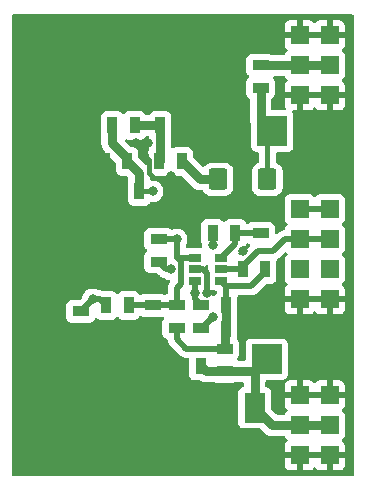
<source format=gbr>
%TF.GenerationSoftware,KiCad,Pcbnew,6.0.11+dfsg-1~bpo11+1*%
%TF.CreationDate,2023-05-28T01:23:12+00:00*%
%TF.ProjectId,SIPM02,5349504d-3032-42e6-9b69-6361645f7063,rev?*%
%TF.SameCoordinates,Original*%
%TF.FileFunction,Copper,L2,Bot*%
%TF.FilePolarity,Positive*%
%FSLAX46Y46*%
G04 Gerber Fmt 4.6, Leading zero omitted, Abs format (unit mm)*
G04 Created by KiCad (PCBNEW 6.0.11+dfsg-1~bpo11+1) date 2023-05-28 01:23:12*
%MOMM*%
%LPD*%
G01*
G04 APERTURE LIST*
G04 Aperture macros list*
%AMRoundRect*
0 Rectangle with rounded corners*
0 $1 Rounding radius*
0 $2 $3 $4 $5 $6 $7 $8 $9 X,Y pos of 4 corners*
0 Add a 4 corners polygon primitive as box body*
4,1,4,$2,$3,$4,$5,$6,$7,$8,$9,$2,$3,0*
0 Add four circle primitives for the rounded corners*
1,1,$1+$1,$2,$3*
1,1,$1+$1,$4,$5*
1,1,$1+$1,$6,$7*
1,1,$1+$1,$8,$9*
0 Add four rect primitives between the rounded corners*
20,1,$1+$1,$2,$3,$4,$5,0*
20,1,$1+$1,$4,$5,$6,$7,0*
20,1,$1+$1,$6,$7,$8,$9,0*
20,1,$1+$1,$8,$9,$2,$3,0*%
%AMOutline4P*
0 Free polygon, 4 corners , with rotation*
0 The origin of the aperture is its center*
0 number of corners: always 4*
0 $1 to $8 corner X, Y*
0 $9 Rotation angle, in degrees counterclockwise*
0 create outline with 4 corners*
4,1,4,$1,$2,$3,$4,$5,$6,$7,$8,$1,$2,$9*%
G04 Aperture macros list end*
%TA.AperFunction,ComponentPad*%
%ADD10C,6.000000*%
%TD*%
%TA.AperFunction,ComponentPad*%
%ADD11R,1.524000X1.524000*%
%TD*%
%TA.AperFunction,SMDPad,CuDef*%
%ADD12R,0.889000X1.397000*%
%TD*%
%TA.AperFunction,SMDPad,CuDef*%
%ADD13R,1.397000X0.889000*%
%TD*%
%TA.AperFunction,SMDPad,CuDef*%
%ADD14R,1.800000X2.500000*%
%TD*%
%TA.AperFunction,SMDPad,CuDef*%
%ADD15R,2.550160X2.499360*%
%TD*%
%TA.AperFunction,SMDPad,CuDef*%
%ADD16RoundRect,0.250000X0.537500X0.650000X-0.537500X0.650000X-0.537500X-0.650000X0.537500X-0.650000X0*%
%TD*%
%TA.AperFunction,SMDPad,CuDef*%
%ADD17Outline4P,-0.750000X-1.500000X0.750000X-1.500000X0.750000X1.500000X-0.750000X1.500000X180.000000*%
%TD*%
%TA.AperFunction,SMDPad,CuDef*%
%ADD18RoundRect,0.250425X0.537075X0.649575X-0.537075X0.649575X-0.537075X-0.649575X0.537075X-0.649575X0*%
%TD*%
%TA.AperFunction,SMDPad,CuDef*%
%ADD19R,1.060000X0.650000*%
%TD*%
%TA.AperFunction,ViaPad*%
%ADD20C,0.800000*%
%TD*%
%TA.AperFunction,Conductor*%
%ADD21C,0.800000*%
%TD*%
%TA.AperFunction,Conductor*%
%ADD22C,0.400000*%
%TD*%
%TA.AperFunction,Conductor*%
%ADD23C,0.500000*%
%TD*%
G04 APERTURE END LIST*
D10*
%TO.P,M2,1*%
%TO.N,GND*%
X5207000Y5080000D03*
%TD*%
%TO.P,M3,1*%
%TO.N,GND*%
X5207000Y35560000D03*
%TD*%
D11*
%TO.P,J10,1*%
%TO.N,/#PD*%
X25273000Y20828000D03*
%TO.P,J10,2*%
X27813000Y20828000D03*
%TD*%
%TO.P,J8,1*%
%TO.N,/OUT*%
X25273000Y18288000D03*
%TO.P,J8,2*%
X27813000Y18288000D03*
%TD*%
%TO.P,J4,1*%
%TO.N,GND*%
X25273000Y2540000D03*
%TO.P,J4,2*%
X27813000Y2540000D03*
%TD*%
%TO.P,J9,1*%
%TO.N,GND*%
X25273000Y15748000D03*
%TO.P,J9,2*%
X27813000Y15748000D03*
%TD*%
%TO.P,J1,1*%
%TO.N,GND*%
X25273000Y33020000D03*
%TO.P,J1,2*%
X27813000Y33020000D03*
%TD*%
%TO.P,J2,1*%
%TO.N,+28V*%
X25273000Y35560000D03*
%TO.P,J2,2*%
X27813000Y35560000D03*
%TD*%
%TO.P,J3,1*%
%TO.N,GND*%
X25273000Y38100000D03*
%TO.P,J3,2*%
X27813000Y38100000D03*
%TD*%
%TO.P,J5,1*%
%TO.N,/+3V6*%
X27813000Y5080000D03*
%TO.P,J5,2*%
X25273000Y5080000D03*
%TD*%
%TO.P,J6,1*%
%TO.N,GND*%
X27813000Y7620000D03*
%TO.P,J6,2*%
X25273000Y7620000D03*
%TD*%
%TO.P,J7,1*%
%TO.N,/DIRECT_OUT*%
X25273000Y23368000D03*
%TO.P,J7,2*%
X27813000Y23368000D03*
%TD*%
D10*
%TO.P,M1,1*%
%TO.N,GND*%
X15367000Y5080000D03*
%TD*%
%TO.P,M4,1*%
%TO.N,GND*%
X15367000Y35560000D03*
%TD*%
D12*
%TO.P,C5,1*%
%TO.N,Net-(C5-Pad1)*%
X13462000Y30480000D03*
%TO.P,C5,2*%
%TO.N,GND*%
X15367000Y30480000D03*
%TD*%
%TO.P,R10,1*%
%TO.N,Net-(R10-Pad1)*%
X17907000Y21336000D03*
%TO.P,R10,2*%
%TO.N,Net-(R10-Pad2)*%
X19812000Y21336000D03*
%TD*%
D13*
%TO.P,R3,1*%
%TO.N,+3V3*%
X18923000Y11557000D03*
%TO.P,R3,2*%
%TO.N,/+3V6*%
X18923000Y9652000D03*
%TD*%
D12*
%TO.P,C4,1*%
%TO.N,/+3V6*%
X16891000Y10096500D03*
%TO.P,C4,2*%
%TO.N,GND*%
X14986000Y10096500D03*
%TD*%
D14*
%TO.P,D1,1,K*%
%TO.N,/+3V6*%
X21463000Y6572000D03*
%TO.P,D1,2,A*%
%TO.N,GND*%
X21463000Y2572000D03*
%TD*%
D12*
%TO.P,C7,1*%
%TO.N,+3V3*%
X19050000Y13208000D03*
%TO.P,C7,2*%
%TO.N,GND*%
X20955000Y13208000D03*
%TD*%
D15*
%TO.P,C3,1*%
%TO.N,/+3V6*%
X22494240Y10668000D03*
%TO.P,C3,2*%
%TO.N,GND*%
X27543760Y10668000D03*
%TD*%
D12*
%TO.P,C8,1*%
%TO.N,+3V3*%
X19050000Y15240000D03*
%TO.P,C8,2*%
%TO.N,GND*%
X20955000Y15240000D03*
%TD*%
%TO.P,R2,1*%
%TO.N,Net-(C5-Pad1)*%
X13398500Y27432000D03*
%TO.P,R2,2*%
%TO.N,Net-(C2-Pad3)*%
X15303500Y27432000D03*
%TD*%
%TO.P,C6,1*%
%TO.N,Net-(C6-Pad1)*%
X10668000Y27432000D03*
%TO.P,C6,2*%
%TO.N,GND*%
X8763000Y27432000D03*
%TD*%
D15*
%TO.P,C1,1*%
%TO.N,Net-(C1-Pad1)*%
X22956520Y29987240D03*
%TO.P,C1,2*%
%TO.N,GND*%
X17907000Y29987240D03*
%TD*%
D16*
%TO.P,C2,1,1*%
%TO.N,Net-(C1-Pad1)*%
X22534500Y25908000D03*
D17*
%TO.P,C2,2,2*%
%TO.N,GND*%
X20447000Y25908000D03*
D18*
%TO.P,C2,3,3*%
%TO.N,Net-(C2-Pad3)*%
X18359500Y25908000D03*
%TD*%
D12*
%TO.P,C9,1*%
%TO.N,Net-(C6-Pad1)*%
X11684000Y24892000D03*
%TO.P,C9,2*%
%TO.N,GND*%
X9779000Y24892000D03*
%TD*%
%TO.P,C10,1*%
%TO.N,/DIRECT_OUT*%
X10795000Y15240000D03*
%TO.P,C10,2*%
%TO.N,Net-(C10-Pad2)*%
X8890000Y15240000D03*
%TD*%
D13*
%TO.P,R1,1*%
%TO.N,Net-(C1-Pad1)*%
X21971000Y33655000D03*
%TO.P,R1,2*%
%TO.N,+28V*%
X21971000Y35560000D03*
%TD*%
D12*
%TO.P,R4,1*%
%TO.N,Net-(C6-Pad1)*%
X9398000Y30480000D03*
%TO.P,R4,2*%
%TO.N,Net-(C5-Pad1)*%
X11303000Y30480000D03*
%TD*%
D13*
%TO.P,R5,1*%
%TO.N,GND*%
X6731000Y12827000D03*
%TO.P,R5,2*%
%TO.N,Net-(C10-Pad2)*%
X6731000Y14732000D03*
%TD*%
%TO.P,R6,1*%
%TO.N,Net-(R6-Pad1)*%
X13335000Y18923000D03*
%TO.P,R6,2*%
%TO.N,/DIRECT_OUT*%
X13335000Y20828000D03*
%TD*%
%TO.P,R7,1*%
%TO.N,+3V3*%
X14859000Y13335000D03*
%TO.P,R7,2*%
%TO.N,/DIRECT_OUT*%
X14859000Y15240000D03*
%TD*%
%TO.P,R8,1*%
%TO.N,/DIRECT_OUT*%
X12827000Y15240000D03*
%TO.P,R8,2*%
%TO.N,GND*%
X12827000Y13335000D03*
%TD*%
%TO.P,R9,1*%
%TO.N,Net-(R10-Pad2)*%
X21971000Y21336000D03*
%TO.P,R9,2*%
%TO.N,GND*%
X21971000Y23241000D03*
%TD*%
D12*
%TO.P,R11,1*%
%TO.N,+3V3*%
X22352000Y18288000D03*
%TO.P,R11,2*%
%TO.N,/#PD*%
X20447000Y18288000D03*
%TD*%
D13*
%TO.P,R12,1*%
%TO.N,/OUT*%
X16891000Y13335000D03*
%TO.P,R12,2*%
%TO.N,Net-(R10-Pad1)*%
X16891000Y15240000D03*
%TD*%
D19*
%TO.P,U2,1*%
%TO.N,Net-(R10-Pad1)*%
X16383000Y17338000D03*
%TO.P,U2,2,V-*%
%TO.N,GND*%
X16383000Y18288000D03*
%TO.P,U2,3,+*%
%TO.N,/DIRECT_OUT*%
X16383000Y19238000D03*
%TO.P,U2,4,-*%
%TO.N,Net-(R10-Pad2)*%
X18583000Y19238000D03*
%TO.P,U2,5,~{DIS}*%
%TO.N,/#PD*%
X18583000Y18288000D03*
%TO.P,U2,6,V+*%
%TO.N,+3V3*%
X18583000Y17338000D03*
%TD*%
D20*
%TO.N,GND*%
X6096000Y26670000D03*
X7239000Y28448000D03*
X12827000Y11684000D03*
X16256000Y24384000D03*
X9271000Y33020000D03*
X10287000Y10160000D03*
X12065000Y27940000D03*
X10795000Y33020000D03*
X8763000Y13208000D03*
X20955000Y38100000D03*
X28067000Y25908000D03*
X22987000Y16256000D03*
X18415000Y23368000D03*
X7239000Y30988000D03*
X14351000Y26162000D03*
X10287000Y13208000D03*
X26035000Y13208000D03*
X11430000Y28956000D03*
X27559000Y13208000D03*
X16383000Y23368000D03*
X17399000Y16284502D03*
X26035000Y25908000D03*
X22987000Y13208000D03*
X7239000Y29464000D03*
X22987000Y14732000D03*
X20447000Y19812000D03*
X28067000Y27432000D03*
X24511000Y13208000D03*
X16383000Y22352000D03*
X7239000Y10160000D03*
X5715000Y10160000D03*
X6096000Y27813000D03*
X8763000Y10160000D03*
X22987000Y38100000D03*
X12446000Y28956000D03*
X26035000Y27432000D03*
X11811000Y10160000D03*
X13335000Y10160000D03*
X7239000Y27432000D03*
X28067000Y29464000D03*
X28067000Y30988000D03*
X26035000Y30988000D03*
X19431000Y36068000D03*
X7239000Y26543000D03*
X19431000Y34544000D03*
X19431000Y32512000D03*
X26035000Y29464000D03*
X19939000Y23368000D03*
X19431000Y38100000D03*
%TO.N,Net-(C6-Pad1)*%
X12827000Y24892000D03*
%TO.N,/DIRECT_OUT*%
X14859000Y20828000D03*
%TO.N,Net-(C10-Pad2)*%
X7747000Y15748000D03*
%TO.N,/OUT*%
X17907000Y14224000D03*
%TO.N,Net-(R6-Pad1)*%
X14351000Y18288000D03*
%TO.N,Net-(R10-Pad1)*%
X17907000Y20320000D03*
X16383000Y16256000D03*
%TD*%
D21*
%TO.N,Net-(C1-Pad1)*%
X22534500Y29565220D02*
X22956520Y29987240D01*
X21971000Y33655000D02*
X21971000Y30972760D01*
D22*
X22534500Y25908000D02*
X22534500Y29565220D01*
D21*
X21971000Y30972760D02*
X22956520Y29987240D01*
D23*
%TO.N,GND*%
X17098002Y18288000D02*
X17399000Y17987002D01*
X13398500Y10096500D02*
X13335000Y10160000D01*
X22987000Y14732000D02*
X22987000Y16256000D01*
D22*
X14351000Y26162000D02*
X14224000Y26035000D01*
X14224000Y26035000D02*
X12933380Y26035000D01*
D23*
X11811000Y10160000D02*
X10287000Y10160000D01*
D22*
X12483520Y27521480D02*
X12065000Y27940000D01*
D23*
X17399000Y17987002D02*
X17399000Y16284502D01*
X21971000Y23241000D02*
X20066000Y23241000D01*
X17907000Y30988000D02*
X19431000Y32512000D01*
X17907000Y29987240D02*
X17907000Y30988000D01*
X14986000Y10096500D02*
X13398500Y10096500D01*
X7239000Y27432000D02*
X7239000Y28448000D01*
X18415000Y23368000D02*
X16383000Y23368000D01*
X16383000Y18288000D02*
X17098002Y18288000D01*
X20066000Y23241000D02*
X19939000Y23368000D01*
D22*
X12483520Y26484860D02*
X12483520Y27521480D01*
D23*
X19431000Y34544000D02*
X19431000Y36068000D01*
X26035000Y13208000D02*
X24511000Y13208000D01*
X7239000Y28448000D02*
X7239000Y29464000D01*
X27543760Y10668000D02*
X27543760Y13192760D01*
X27543760Y13192760D02*
X27559000Y13208000D01*
X20955000Y13208000D02*
X22987000Y13208000D01*
X8763000Y27432000D02*
X7239000Y27432000D01*
D22*
X12933380Y26035000D02*
X12483520Y26484860D01*
D23*
X8763000Y10160000D02*
X7239000Y10160000D01*
D21*
%TO.N,Net-(C2-Pad3)*%
X16827500Y25908000D02*
X15303500Y27432000D01*
X18359500Y25908000D02*
X16827500Y25908000D01*
%TO.N,/+3V6*%
X21478240Y9652000D02*
X22494240Y10668000D01*
X25273000Y5080000D02*
X22955000Y5080000D01*
X17335500Y9652000D02*
X16891000Y10096500D01*
X21463000Y6572000D02*
X21463000Y9636760D01*
X22955000Y5080000D02*
X21463000Y6572000D01*
X18923000Y9652000D02*
X17335500Y9652000D01*
X21463000Y9636760D02*
X22494240Y10668000D01*
X18923000Y9652000D02*
X21478240Y9652000D01*
X27813000Y5080000D02*
X25273000Y5080000D01*
%TO.N,Net-(C5-Pad1)*%
X11303000Y30480000D02*
X13462000Y30480000D01*
X13462000Y30480000D02*
X13462000Y27495500D01*
X13462000Y27495500D02*
X13398500Y27432000D01*
%TO.N,Net-(C6-Pad1)*%
X10668000Y27686000D02*
X10668000Y27432000D01*
X10668000Y27432000D02*
X11684000Y26416000D01*
X9398000Y28956000D02*
X10668000Y27686000D01*
D22*
X12827000Y24892000D02*
X11684000Y24892000D01*
D21*
X9398000Y30480000D02*
X9398000Y28956000D01*
X11684000Y26416000D02*
X11684000Y24892000D01*
%TO.N,+3V3*%
X18923000Y13081000D02*
X19050000Y13208000D01*
D23*
X19050000Y16871000D02*
X21189000Y16871000D01*
X21189000Y16871000D02*
X22352000Y18034000D01*
X19050000Y15240000D02*
X19050000Y16871000D01*
D21*
X19050000Y13208000D02*
X19050000Y15240000D01*
D23*
X22352000Y18034000D02*
X22352000Y18288000D01*
X17724500Y11557000D02*
X18923000Y11557000D01*
X19050000Y16871000D02*
X18583000Y17338000D01*
D21*
X18923000Y11557000D02*
X18923000Y13081000D01*
D23*
X15692500Y11557000D02*
X17724500Y11557000D01*
X14859000Y12390500D02*
X15692500Y11557000D01*
X14859000Y13335000D02*
X14859000Y12390500D01*
%TO.N,/DIRECT_OUT*%
X12827000Y15240000D02*
X14859000Y15240000D01*
X10795000Y15240000D02*
X12827000Y15240000D01*
X15201001Y17034501D02*
X15201001Y18961999D01*
X14859000Y20828000D02*
X14859000Y19304000D01*
X13335000Y20828000D02*
X14859000Y20828000D01*
X14859000Y15240000D02*
X14859000Y16692500D01*
X14925000Y19238000D02*
X14859000Y19304000D01*
X27813000Y23368000D02*
X25273000Y23368000D01*
X16383000Y19238000D02*
X14925000Y19238000D01*
X15201001Y18961999D02*
X14859000Y19304000D01*
X14859000Y16692500D02*
X15201001Y17034501D01*
%TO.N,Net-(C10-Pad2)*%
X7747000Y15748000D02*
X8382000Y15748000D01*
X8382000Y15748000D02*
X8890000Y15240000D01*
X6731000Y14732000D02*
X7747000Y15748000D01*
D21*
%TO.N,+28V*%
X27813000Y35560000D02*
X25273000Y35560000D01*
X25273000Y35560000D02*
X21971000Y35560000D01*
D23*
%TO.N,/OUT*%
X16891000Y13335000D02*
X17018000Y13335000D01*
X17018000Y13335000D02*
X17907000Y14224000D01*
%TO.N,/#PD*%
X21709000Y19804000D02*
X22987000Y19804000D01*
X20447000Y18288000D02*
X20447000Y18542000D01*
X25273000Y20828000D02*
X24011000Y20828000D01*
X20447000Y18542000D02*
X21709000Y19804000D01*
X27813000Y20828000D02*
X25273000Y20828000D01*
X18583000Y18288000D02*
X20447000Y18288000D01*
X24011000Y20828000D02*
X22987000Y19804000D01*
%TO.N,Net-(R6-Pad1)*%
X13970000Y18288000D02*
X13335000Y18923000D01*
X14351000Y18288000D02*
X13970000Y18288000D01*
%TO.N,Net-(R10-Pad2)*%
X19812000Y20467000D02*
X19812000Y21336000D01*
X19812000Y21336000D02*
X21971000Y21336000D01*
X18583000Y19238000D02*
X19812000Y20467000D01*
%TO.N,Net-(R10-Pad1)*%
X16383000Y15748000D02*
X16891000Y15240000D01*
X16383000Y17338000D02*
X16383000Y16256000D01*
X17907000Y20320000D02*
X17907000Y21336000D01*
X16383000Y16256000D02*
X16383000Y15748000D01*
%TD*%
%TA.AperFunction,Conductor*%
%TO.N,GND*%
G36*
X29786621Y39857498D02*
G01*
X29833114Y39803842D01*
X29844500Y39751500D01*
X29844500Y888500D01*
X29824498Y820379D01*
X29770842Y773886D01*
X29718500Y762500D01*
X1015500Y762500D01*
X947379Y782502D01*
X900886Y836158D01*
X889500Y888500D01*
X889500Y1733331D01*
X24003001Y1733331D01*
X24003371Y1726510D01*
X24008895Y1675648D01*
X24012521Y1660396D01*
X24057676Y1539946D01*
X24066214Y1524351D01*
X24142715Y1422276D01*
X24155276Y1409715D01*
X24257351Y1333214D01*
X24272946Y1324676D01*
X24393394Y1279522D01*
X24408649Y1275895D01*
X24459514Y1270369D01*
X24466328Y1270000D01*
X25000885Y1270000D01*
X25016124Y1274475D01*
X25017329Y1275865D01*
X25019000Y1283548D01*
X25019000Y1288116D01*
X25527000Y1288116D01*
X25531475Y1272877D01*
X25532865Y1271672D01*
X25540548Y1270001D01*
X26079669Y1270001D01*
X26086490Y1270371D01*
X26137352Y1275895D01*
X26152604Y1279521D01*
X26273054Y1324676D01*
X26288649Y1333214D01*
X26390724Y1409715D01*
X26403284Y1422275D01*
X26442173Y1474165D01*
X26499032Y1516681D01*
X26569851Y1521707D01*
X26632144Y1487647D01*
X26643827Y1474165D01*
X26682716Y1422275D01*
X26695276Y1409715D01*
X26797351Y1333214D01*
X26812946Y1324676D01*
X26933394Y1279522D01*
X26948649Y1275895D01*
X26999514Y1270369D01*
X27006328Y1270000D01*
X27540885Y1270000D01*
X27556124Y1274475D01*
X27557329Y1275865D01*
X27559000Y1283548D01*
X27559000Y1288116D01*
X28067000Y1288116D01*
X28071475Y1272877D01*
X28072865Y1271672D01*
X28080548Y1270001D01*
X28619669Y1270001D01*
X28626490Y1270371D01*
X28677352Y1275895D01*
X28692604Y1279521D01*
X28813054Y1324676D01*
X28828649Y1333214D01*
X28930724Y1409715D01*
X28943285Y1422276D01*
X29019786Y1524351D01*
X29028324Y1539946D01*
X29073478Y1660394D01*
X29077105Y1675649D01*
X29082631Y1726514D01*
X29083000Y1733328D01*
X29083000Y2267885D01*
X29078525Y2283124D01*
X29077135Y2284329D01*
X29069452Y2286000D01*
X28085115Y2286000D01*
X28069876Y2281525D01*
X28068671Y2280135D01*
X28067000Y2272452D01*
X28067000Y1288116D01*
X27559000Y1288116D01*
X27559000Y2267885D01*
X27554525Y2283124D01*
X27553135Y2284329D01*
X27545452Y2286000D01*
X25545115Y2286000D01*
X25529876Y2281525D01*
X25528671Y2280135D01*
X25527000Y2272452D01*
X25527000Y1288116D01*
X25019000Y1288116D01*
X25019000Y2267885D01*
X25014525Y2283124D01*
X25013135Y2284329D01*
X25005452Y2286000D01*
X24021116Y2286000D01*
X24005877Y2281525D01*
X24004672Y2280135D01*
X24003001Y2272452D01*
X24003001Y1733331D01*
X889500Y1733331D01*
X889500Y14239366D01*
X5524000Y14239366D01*
X5530755Y14177184D01*
X5581885Y14040795D01*
X5669239Y13924239D01*
X5785795Y13836885D01*
X5922184Y13785755D01*
X5984366Y13779000D01*
X7477634Y13779000D01*
X7539816Y13785755D01*
X7676205Y13836885D01*
X7792761Y13924239D01*
X7880115Y14040795D01*
X7905657Y14108928D01*
X7948299Y14165692D01*
X8014860Y14190392D01*
X8084209Y14175185D01*
X8099204Y14165524D01*
X8174720Y14108928D01*
X8198795Y14090885D01*
X8335184Y14039755D01*
X8391060Y14033685D01*
X8393767Y14033391D01*
X8397366Y14033000D01*
X9382634Y14033000D01*
X9386234Y14033391D01*
X9388940Y14033685D01*
X9444816Y14039755D01*
X9581205Y14090885D01*
X9697761Y14178239D01*
X9741674Y14236832D01*
X9798533Y14279347D01*
X9869352Y14284373D01*
X9931645Y14250313D01*
X9943325Y14236833D01*
X9987239Y14178239D01*
X10103795Y14090885D01*
X10240184Y14039755D01*
X10296060Y14033685D01*
X10298767Y14033391D01*
X10302366Y14033000D01*
X11287634Y14033000D01*
X11291234Y14033391D01*
X11293940Y14033685D01*
X11349816Y14039755D01*
X11486205Y14090885D01*
X11602761Y14178239D01*
X11690115Y14294795D01*
X11693266Y14303201D01*
X11694508Y14305469D01*
X11744766Y14355615D01*
X11814157Y14370629D01*
X11865097Y14351578D01*
X11866740Y14354579D01*
X11874608Y14350271D01*
X11881795Y14344885D01*
X12018184Y14293755D01*
X12074060Y14287685D01*
X12074742Y14287611D01*
X12080366Y14287000D01*
X13573634Y14287000D01*
X13578237Y14287500D01*
X13627965Y14292902D01*
X13627966Y14292902D01*
X13635256Y14293694D01*
X13635258Y14293694D01*
X13635816Y14293755D01*
X13635826Y14293665D01*
X13702911Y14290161D01*
X13760554Y14248714D01*
X13786638Y14182683D01*
X13772882Y14113031D01*
X13761983Y14095719D01*
X13709885Y14026205D01*
X13658755Y13889816D01*
X13652000Y13827634D01*
X13652000Y12842366D01*
X13658755Y12780184D01*
X13709885Y12643795D01*
X13797239Y12527239D01*
X13913795Y12439885D01*
X13922203Y12436733D01*
X14024746Y12398291D01*
X14081510Y12355649D01*
X14106101Y12290524D01*
X14106880Y12280941D01*
X14109543Y12248205D01*
X14110140Y12240863D01*
X14112396Y12233899D01*
X14113587Y12227940D01*
X14114971Y12222085D01*
X14115818Y12214819D01*
X14140735Y12146173D01*
X14142152Y12142045D01*
X14164649Y12072601D01*
X14168445Y12066346D01*
X14170951Y12060872D01*
X14173670Y12055442D01*
X14176167Y12048563D01*
X14180180Y12042443D01*
X14180180Y12042442D01*
X14216186Y11987524D01*
X14218523Y11983820D01*
X14256405Y11921393D01*
X14260121Y11917185D01*
X14260122Y11917184D01*
X14263803Y11913016D01*
X14263776Y11912992D01*
X14266429Y11910000D01*
X14269132Y11906767D01*
X14273144Y11900648D01*
X14278456Y11895616D01*
X14329383Y11847372D01*
X14331825Y11844994D01*
X15108730Y11068089D01*
X15121116Y11053677D01*
X15129649Y11042082D01*
X15129654Y11042077D01*
X15133992Y11036182D01*
X15139570Y11031443D01*
X15139573Y11031440D01*
X15174268Y11001965D01*
X15181784Y10995035D01*
X15187479Y10989340D01*
X15190361Y10987060D01*
X15209751Y10971719D01*
X15213155Y10968928D01*
X15263203Y10926409D01*
X15268785Y10921667D01*
X15275301Y10918339D01*
X15280350Y10914972D01*
X15285479Y10911805D01*
X15291216Y10907266D01*
X15357375Y10876345D01*
X15361269Y10874442D01*
X15426308Y10841231D01*
X15433416Y10839492D01*
X15439059Y10837393D01*
X15444822Y10835476D01*
X15451450Y10832378D01*
X15458612Y10830888D01*
X15458613Y10830888D01*
X15522912Y10817514D01*
X15527196Y10816544D01*
X15598110Y10799192D01*
X15603712Y10798844D01*
X15603715Y10798844D01*
X15609264Y10798500D01*
X15609262Y10798464D01*
X15613255Y10798225D01*
X15617447Y10797851D01*
X15624615Y10796360D01*
X15702020Y10798454D01*
X15705428Y10798500D01*
X15812000Y10798500D01*
X15880121Y10778498D01*
X15926614Y10724842D01*
X15938000Y10672500D01*
X15938000Y9349866D01*
X15944755Y9287684D01*
X15995885Y9151295D01*
X16083239Y9034739D01*
X16199795Y8947385D01*
X16336184Y8896255D01*
X16392060Y8890185D01*
X16393773Y8889999D01*
X16398366Y8889500D01*
X16800597Y8889500D01*
X16857800Y8875767D01*
X16898926Y8854812D01*
X16904723Y8851664D01*
X16958223Y8820776D01*
X16963944Y8817473D01*
X16977326Y8813125D01*
X16995585Y8805562D01*
X17008130Y8799170D01*
X17014500Y8797463D01*
X17014503Y8797462D01*
X17053574Y8786993D01*
X17074212Y8781463D01*
X17080525Y8779593D01*
X17145572Y8758458D01*
X17159575Y8756986D01*
X17179004Y8753385D01*
X17192597Y8749743D01*
X17199194Y8749397D01*
X17199196Y8749397D01*
X17260884Y8746164D01*
X17267458Y8745647D01*
X17284616Y8743844D01*
X17284618Y8743844D01*
X17287890Y8743500D01*
X17308426Y8743500D01*
X17315020Y8743327D01*
X17376718Y8740093D01*
X17376723Y8740093D01*
X17383310Y8739748D01*
X17397208Y8741949D01*
X17416917Y8743500D01*
X17990658Y8743500D01*
X18034887Y8735482D01*
X18106789Y8708527D01*
X18106791Y8708527D01*
X18114184Y8705755D01*
X18122032Y8704902D01*
X18122034Y8704902D01*
X18172969Y8699369D01*
X18176366Y8699000D01*
X19669634Y8699000D01*
X19673031Y8699369D01*
X19723966Y8704902D01*
X19723968Y8704902D01*
X19731816Y8705755D01*
X19739209Y8708527D01*
X19739211Y8708527D01*
X19811113Y8735482D01*
X19855342Y8743500D01*
X20428500Y8743500D01*
X20496621Y8723498D01*
X20543114Y8669842D01*
X20554500Y8617500D01*
X20554500Y8446493D01*
X20534498Y8378372D01*
X20480842Y8331879D01*
X20459237Y8324457D01*
X20452684Y8323745D01*
X20445289Y8320973D01*
X20445286Y8320972D01*
X20330978Y8278120D01*
X20316295Y8272615D01*
X20199739Y8185261D01*
X20112385Y8068705D01*
X20061255Y7932316D01*
X20054500Y7870134D01*
X20054500Y5273866D01*
X20061255Y5211684D01*
X20112385Y5075295D01*
X20199739Y4958739D01*
X20316295Y4871385D01*
X20452684Y4820255D01*
X20514866Y4813500D01*
X21884497Y4813500D01*
X21952618Y4793498D01*
X21973592Y4776595D01*
X22255019Y4495168D01*
X22267860Y4480135D01*
X22276134Y4468747D01*
X22281043Y4464327D01*
X22326959Y4422984D01*
X22331744Y4418443D01*
X22346259Y4403928D01*
X22348823Y4401852D01*
X22362216Y4391006D01*
X22367231Y4386722D01*
X22413145Y4345381D01*
X22413150Y4345377D01*
X22418056Y4340960D01*
X22423772Y4337660D01*
X22423776Y4337657D01*
X22430237Y4333927D01*
X22446533Y4322727D01*
X22457470Y4313871D01*
X22463348Y4310876D01*
X22463351Y4310874D01*
X22518426Y4282812D01*
X22524223Y4279664D01*
X22541194Y4269866D01*
X22583444Y4245473D01*
X22596826Y4241125D01*
X22615085Y4233562D01*
X22627630Y4227170D01*
X22634000Y4225463D01*
X22634003Y4225462D01*
X22671033Y4215540D01*
X22693712Y4209463D01*
X22700025Y4207593D01*
X22765072Y4186458D01*
X22779075Y4184986D01*
X22798504Y4181385D01*
X22812097Y4177743D01*
X22818694Y4177397D01*
X22818696Y4177397D01*
X22880384Y4174164D01*
X22886958Y4173647D01*
X22904116Y4171844D01*
X22904118Y4171844D01*
X22907390Y4171500D01*
X22927926Y4171500D01*
X22934520Y4171327D01*
X22996218Y4168093D01*
X22996223Y4168093D01*
X23002810Y4167748D01*
X23009326Y4168780D01*
X23009327Y4168780D01*
X23016707Y4169949D01*
X23036417Y4171500D01*
X23935492Y4171500D01*
X24003613Y4151498D01*
X24050106Y4097842D01*
X24053473Y4089732D01*
X24060385Y4071295D01*
X24065765Y4064116D01*
X24065767Y4064113D01*
X24093722Y4026813D01*
X24147739Y3954739D01*
X24206749Y3910513D01*
X24249264Y3853656D01*
X24254290Y3782837D01*
X24220230Y3720544D01*
X24206749Y3708862D01*
X24155276Y3670285D01*
X24142715Y3657724D01*
X24066214Y3555649D01*
X24057676Y3540054D01*
X24012522Y3419606D01*
X24008895Y3404351D01*
X24003369Y3353486D01*
X24003000Y3346672D01*
X24003000Y2812115D01*
X24007475Y2796876D01*
X24008865Y2795671D01*
X24016548Y2794000D01*
X29064884Y2794000D01*
X29080123Y2798475D01*
X29081328Y2799865D01*
X29082999Y2807548D01*
X29082999Y3346669D01*
X29082629Y3353490D01*
X29077105Y3404352D01*
X29073479Y3419604D01*
X29028324Y3540054D01*
X29019786Y3555649D01*
X28943285Y3657724D01*
X28930724Y3670285D01*
X28879251Y3708862D01*
X28836736Y3765721D01*
X28831710Y3836540D01*
X28865770Y3898833D01*
X28879245Y3910509D01*
X28938261Y3954739D01*
X29025615Y4071295D01*
X29076745Y4207684D01*
X29083500Y4269866D01*
X29083500Y5890134D01*
X29076745Y5952316D01*
X29025615Y6088705D01*
X28938261Y6205261D01*
X28879251Y6249487D01*
X28836736Y6306344D01*
X28831710Y6377163D01*
X28865770Y6439456D01*
X28879251Y6451138D01*
X28930724Y6489715D01*
X28943285Y6502276D01*
X29019786Y6604351D01*
X29028324Y6619946D01*
X29073478Y6740394D01*
X29077105Y6755649D01*
X29082631Y6806514D01*
X29083000Y6813328D01*
X29083000Y7347885D01*
X29078525Y7363124D01*
X29077135Y7364329D01*
X29069452Y7366000D01*
X24021116Y7366000D01*
X24005877Y7361525D01*
X24004672Y7360135D01*
X24003001Y7352452D01*
X24003001Y6813331D01*
X24003371Y6806510D01*
X24008895Y6755648D01*
X24012521Y6740396D01*
X24057676Y6619946D01*
X24066214Y6604351D01*
X24142715Y6502276D01*
X24155276Y6489715D01*
X24206749Y6451138D01*
X24249264Y6394279D01*
X24254290Y6323460D01*
X24220230Y6261167D01*
X24206755Y6249491D01*
X24147739Y6205261D01*
X24142358Y6198081D01*
X24065767Y6095887D01*
X24065765Y6095884D01*
X24060385Y6088705D01*
X24057236Y6080304D01*
X24057234Y6080301D01*
X24053473Y6070268D01*
X24010831Y6013504D01*
X23944269Y5988806D01*
X23935492Y5988500D01*
X23383503Y5988500D01*
X23315382Y6008502D01*
X23294408Y6025405D01*
X22908405Y6411408D01*
X22874379Y6473720D01*
X22871500Y6500503D01*
X22871500Y7870134D01*
X22869112Y7892115D01*
X24003000Y7892115D01*
X24007475Y7876876D01*
X24008865Y7875671D01*
X24016548Y7874000D01*
X25000885Y7874000D01*
X25016124Y7878475D01*
X25017329Y7879865D01*
X25019000Y7887548D01*
X25019000Y7892115D01*
X25527000Y7892115D01*
X25531475Y7876876D01*
X25532865Y7875671D01*
X25540548Y7874000D01*
X27540885Y7874000D01*
X27556124Y7878475D01*
X27557329Y7879865D01*
X27559000Y7887548D01*
X27559000Y7892115D01*
X28067000Y7892115D01*
X28071475Y7876876D01*
X28072865Y7875671D01*
X28080548Y7874000D01*
X29064884Y7874000D01*
X29080123Y7878475D01*
X29081328Y7879865D01*
X29082999Y7887548D01*
X29082999Y8426669D01*
X29082629Y8433490D01*
X29077105Y8484352D01*
X29073479Y8499604D01*
X29028324Y8620054D01*
X29019786Y8635649D01*
X28943285Y8737724D01*
X28930724Y8750285D01*
X28828649Y8826786D01*
X28813054Y8835324D01*
X28692606Y8880478D01*
X28677351Y8884105D01*
X28626486Y8889631D01*
X28619672Y8890000D01*
X28085115Y8890000D01*
X28069876Y8885525D01*
X28068671Y8884135D01*
X28067000Y8876452D01*
X28067000Y7892115D01*
X27559000Y7892115D01*
X27559000Y8871884D01*
X27554525Y8887123D01*
X27553135Y8888328D01*
X27545452Y8889999D01*
X27006331Y8889999D01*
X26999510Y8889629D01*
X26948648Y8884105D01*
X26933396Y8880479D01*
X26812946Y8835324D01*
X26797351Y8826786D01*
X26695276Y8750285D01*
X26682716Y8737725D01*
X26643827Y8685835D01*
X26586968Y8643319D01*
X26516149Y8638293D01*
X26453856Y8672353D01*
X26442173Y8685835D01*
X26403284Y8737725D01*
X26390724Y8750285D01*
X26288649Y8826786D01*
X26273054Y8835324D01*
X26152606Y8880478D01*
X26137351Y8884105D01*
X26086486Y8889631D01*
X26079672Y8890000D01*
X25545115Y8890000D01*
X25529876Y8885525D01*
X25528671Y8884135D01*
X25527000Y8876452D01*
X25527000Y7892115D01*
X25019000Y7892115D01*
X25019000Y8871884D01*
X25014525Y8887123D01*
X25013135Y8888328D01*
X25005452Y8889999D01*
X24466331Y8889999D01*
X24459510Y8889629D01*
X24408648Y8884105D01*
X24393396Y8880479D01*
X24272946Y8835324D01*
X24257351Y8826786D01*
X24155276Y8750285D01*
X24142715Y8737724D01*
X24066214Y8635649D01*
X24057676Y8620054D01*
X24012522Y8499606D01*
X24008895Y8484351D01*
X24003369Y8433486D01*
X24003000Y8426672D01*
X24003000Y7892115D01*
X22869112Y7892115D01*
X22864745Y7932316D01*
X22813615Y8068705D01*
X22726261Y8185261D01*
X22609705Y8272615D01*
X22595022Y8278120D01*
X22480714Y8320972D01*
X22480711Y8320973D01*
X22473316Y8323745D01*
X22467547Y8324372D01*
X22406709Y8359126D01*
X22373887Y8422081D01*
X22371500Y8446493D01*
X22371500Y8783820D01*
X22391502Y8851941D01*
X22445158Y8898434D01*
X22497500Y8909820D01*
X23817454Y8909820D01*
X23879636Y8916575D01*
X24016025Y8967705D01*
X24132581Y9055059D01*
X24219935Y9171615D01*
X24271065Y9308004D01*
X24277820Y9370186D01*
X24277820Y11965814D01*
X24271065Y12027996D01*
X24219935Y12164385D01*
X24132581Y12280941D01*
X24016025Y12368295D01*
X23879636Y12419425D01*
X23817454Y12426180D01*
X21171026Y12426180D01*
X21108844Y12419425D01*
X20972455Y12368295D01*
X20855899Y12280941D01*
X20768545Y12164385D01*
X20717415Y12027996D01*
X20710660Y11965814D01*
X20710660Y10686500D01*
X20690658Y10618379D01*
X20637002Y10571886D01*
X20584660Y10560500D01*
X20095200Y10560500D01*
X20027079Y10580502D01*
X19980586Y10634158D01*
X19970482Y10704432D01*
X19994374Y10762065D01*
X20066729Y10858608D01*
X20066730Y10858610D01*
X20072115Y10865795D01*
X20123245Y11002184D01*
X20130000Y11064366D01*
X20130000Y12049634D01*
X20123245Y12111816D01*
X20072115Y12248205D01*
X20021329Y12315969D01*
X19996481Y12382474D01*
X19996892Y12405141D01*
X19999138Y12425811D01*
X20003000Y12461366D01*
X20003000Y13954634D01*
X19996245Y14016816D01*
X19990032Y14033391D01*
X19966518Y14096113D01*
X19958500Y14140342D01*
X19958500Y14307658D01*
X19966518Y14351887D01*
X19993473Y14423789D01*
X19993473Y14423791D01*
X19996245Y14431184D01*
X20003000Y14493366D01*
X20003000Y14941331D01*
X24003001Y14941331D01*
X24003371Y14934510D01*
X24008895Y14883648D01*
X24012521Y14868396D01*
X24057676Y14747946D01*
X24066214Y14732351D01*
X24142715Y14630276D01*
X24155276Y14617715D01*
X24257351Y14541214D01*
X24272946Y14532676D01*
X24393394Y14487522D01*
X24408649Y14483895D01*
X24459514Y14478369D01*
X24466328Y14478000D01*
X25000885Y14478000D01*
X25016124Y14482475D01*
X25017329Y14483865D01*
X25019000Y14491548D01*
X25019000Y14496116D01*
X25527000Y14496116D01*
X25531475Y14480877D01*
X25532865Y14479672D01*
X25540548Y14478001D01*
X26079669Y14478001D01*
X26086490Y14478371D01*
X26137352Y14483895D01*
X26152604Y14487521D01*
X26273054Y14532676D01*
X26288649Y14541214D01*
X26390724Y14617715D01*
X26403284Y14630275D01*
X26442173Y14682165D01*
X26499032Y14724681D01*
X26569851Y14729707D01*
X26632144Y14695647D01*
X26643827Y14682165D01*
X26682716Y14630275D01*
X26695276Y14617715D01*
X26797351Y14541214D01*
X26812946Y14532676D01*
X26933394Y14487522D01*
X26948649Y14483895D01*
X26999514Y14478369D01*
X27006328Y14478000D01*
X27540885Y14478000D01*
X27556124Y14482475D01*
X27557329Y14483865D01*
X27559000Y14491548D01*
X27559000Y14496116D01*
X28067000Y14496116D01*
X28071475Y14480877D01*
X28072865Y14479672D01*
X28080548Y14478001D01*
X28619669Y14478001D01*
X28626490Y14478371D01*
X28677352Y14483895D01*
X28692604Y14487521D01*
X28813054Y14532676D01*
X28828649Y14541214D01*
X28930724Y14617715D01*
X28943285Y14630276D01*
X29019786Y14732351D01*
X29028324Y14747946D01*
X29073478Y14868394D01*
X29077105Y14883649D01*
X29082631Y14934514D01*
X29083000Y14941328D01*
X29083000Y15475885D01*
X29078525Y15491124D01*
X29077135Y15492329D01*
X29069452Y15494000D01*
X28085115Y15494000D01*
X28069876Y15489525D01*
X28068671Y15488135D01*
X28067000Y15480452D01*
X28067000Y14496116D01*
X27559000Y14496116D01*
X27559000Y15475885D01*
X27554525Y15491124D01*
X27553135Y15492329D01*
X27545452Y15494000D01*
X25545115Y15494000D01*
X25529876Y15489525D01*
X25528671Y15488135D01*
X25527000Y15480452D01*
X25527000Y14496116D01*
X25019000Y14496116D01*
X25019000Y15475885D01*
X25014525Y15491124D01*
X25013135Y15492329D01*
X25005452Y15494000D01*
X24021116Y15494000D01*
X24005877Y15489525D01*
X24004672Y15488135D01*
X24003001Y15480452D01*
X24003001Y14941331D01*
X20003000Y14941331D01*
X20003000Y15986500D01*
X20023002Y16054621D01*
X20076658Y16101114D01*
X20129000Y16112500D01*
X21121930Y16112500D01*
X21140880Y16111067D01*
X21155115Y16108901D01*
X21155119Y16108901D01*
X21162349Y16107801D01*
X21169641Y16108394D01*
X21169644Y16108394D01*
X21215018Y16112085D01*
X21225233Y16112500D01*
X21233293Y16112500D01*
X21246583Y16114049D01*
X21261507Y16115789D01*
X21265882Y16116222D01*
X21331339Y16121546D01*
X21331342Y16121547D01*
X21338637Y16122140D01*
X21345601Y16124396D01*
X21351560Y16125587D01*
X21357415Y16126971D01*
X21364681Y16127818D01*
X21433327Y16152735D01*
X21437455Y16154152D01*
X21499936Y16174393D01*
X21499938Y16174394D01*
X21506899Y16176649D01*
X21513154Y16180445D01*
X21518628Y16182951D01*
X21524058Y16185670D01*
X21530937Y16188167D01*
X21537746Y16192631D01*
X21591976Y16228186D01*
X21595680Y16230523D01*
X21658107Y16268405D01*
X21666484Y16275803D01*
X21666508Y16275776D01*
X21669500Y16278429D01*
X21672733Y16281132D01*
X21678852Y16285144D01*
X21732128Y16341383D01*
X21734506Y16343825D01*
X22434776Y17044095D01*
X22497088Y17078121D01*
X22523871Y17081000D01*
X22844634Y17081000D01*
X22906816Y17087755D01*
X23043205Y17138885D01*
X23159761Y17226239D01*
X23247115Y17342795D01*
X23298245Y17479184D01*
X23305000Y17541366D01*
X23305000Y19034634D01*
X23306017Y19034634D01*
X23321316Y19099590D01*
X23361769Y19142693D01*
X23389981Y19161189D01*
X23393680Y19163523D01*
X23456107Y19201405D01*
X23464484Y19208803D01*
X23464508Y19208776D01*
X23467500Y19211429D01*
X23470733Y19214132D01*
X23476852Y19218144D01*
X23530128Y19274383D01*
X23532506Y19276825D01*
X23964884Y19709203D01*
X24027196Y19743229D01*
X24098011Y19738164D01*
X24142728Y19709426D01*
X24147739Y19702739D01*
X24154919Y19697358D01*
X24206332Y19658826D01*
X24248847Y19601967D01*
X24253873Y19531148D01*
X24219813Y19468855D01*
X24206333Y19457175D01*
X24147739Y19413261D01*
X24060385Y19296705D01*
X24009255Y19160316D01*
X24002500Y19098134D01*
X24002500Y17477866D01*
X24009255Y17415684D01*
X24060385Y17279295D01*
X24147739Y17162739D01*
X24206749Y17118513D01*
X24249264Y17061656D01*
X24254290Y16990837D01*
X24220230Y16928544D01*
X24206749Y16916862D01*
X24155276Y16878285D01*
X24142715Y16865724D01*
X24066214Y16763649D01*
X24057676Y16748054D01*
X24012522Y16627606D01*
X24008895Y16612351D01*
X24003369Y16561486D01*
X24003000Y16554672D01*
X24003000Y16020115D01*
X24007475Y16004876D01*
X24008865Y16003671D01*
X24016548Y16002000D01*
X29064884Y16002000D01*
X29080123Y16006475D01*
X29081328Y16007865D01*
X29082999Y16015548D01*
X29082999Y16554669D01*
X29082629Y16561490D01*
X29077105Y16612352D01*
X29073479Y16627604D01*
X29028324Y16748054D01*
X29019786Y16763649D01*
X28943285Y16865724D01*
X28930724Y16878285D01*
X28879251Y16916862D01*
X28836736Y16973721D01*
X28831710Y17044540D01*
X28865770Y17106833D01*
X28879245Y17118509D01*
X28938261Y17162739D01*
X29025615Y17279295D01*
X29076745Y17415684D01*
X29083500Y17477866D01*
X29083500Y19098134D01*
X29076745Y19160316D01*
X29025615Y19296705D01*
X28938261Y19413261D01*
X28879668Y19457174D01*
X28837153Y19514033D01*
X28832127Y19584852D01*
X28866187Y19647145D01*
X28879668Y19658826D01*
X28931081Y19697358D01*
X28938261Y19702739D01*
X29025615Y19819295D01*
X29076745Y19955684D01*
X29083500Y20017866D01*
X29083500Y21638134D01*
X29076745Y21700316D01*
X29025615Y21836705D01*
X28938261Y21953261D01*
X28879668Y21997174D01*
X28837153Y22054033D01*
X28832127Y22124852D01*
X28866187Y22187145D01*
X28879668Y22198826D01*
X28931081Y22237358D01*
X28938261Y22242739D01*
X29025615Y22359295D01*
X29076745Y22495684D01*
X29083500Y22557866D01*
X29083500Y24178134D01*
X29076745Y24240316D01*
X29025615Y24376705D01*
X28938261Y24493261D01*
X28821705Y24580615D01*
X28685316Y24631745D01*
X28623134Y24638500D01*
X27002866Y24638500D01*
X26940684Y24631745D01*
X26804295Y24580615D01*
X26687739Y24493261D01*
X26682358Y24486081D01*
X26643826Y24434668D01*
X26586967Y24392153D01*
X26516148Y24387127D01*
X26453855Y24421187D01*
X26442174Y24434668D01*
X26403642Y24486081D01*
X26398261Y24493261D01*
X26281705Y24580615D01*
X26145316Y24631745D01*
X26083134Y24638500D01*
X24462866Y24638500D01*
X24400684Y24631745D01*
X24264295Y24580615D01*
X24147739Y24493261D01*
X24060385Y24376705D01*
X24009255Y24240316D01*
X24002500Y24178134D01*
X24002500Y22557866D01*
X24009255Y22495684D01*
X24060385Y22359295D01*
X24147739Y22242739D01*
X24154919Y22237358D01*
X24206332Y22198826D01*
X24248847Y22141967D01*
X24253873Y22071148D01*
X24219813Y22008855D01*
X24206333Y21997175D01*
X24147739Y21953261D01*
X24060385Y21836705D01*
X24009255Y21700316D01*
X24008290Y21691432D01*
X24007980Y21690686D01*
X24006575Y21684778D01*
X24005620Y21685005D01*
X23981051Y21625872D01*
X23922689Y21585443D01*
X23893242Y21579453D01*
X23868662Y21577454D01*
X23868659Y21577453D01*
X23861364Y21576860D01*
X23854400Y21574604D01*
X23848461Y21573417D01*
X23842590Y21572030D01*
X23835319Y21571182D01*
X23828443Y21568686D01*
X23828434Y21568684D01*
X23766702Y21546275D01*
X23762598Y21544865D01*
X23693101Y21522352D01*
X23686846Y21518556D01*
X23681387Y21516057D01*
X23675939Y21513329D01*
X23669063Y21510833D01*
X23608010Y21470805D01*
X23604327Y21468481D01*
X23546686Y21433504D01*
X23546682Y21433501D01*
X23541893Y21430595D01*
X23537694Y21426886D01*
X23537689Y21426883D01*
X23533516Y21423197D01*
X23533492Y21423224D01*
X23530500Y21420571D01*
X23527267Y21417868D01*
X23521148Y21413856D01*
X23516116Y21408544D01*
X23467872Y21357617D01*
X23465494Y21355175D01*
X23393095Y21282776D01*
X23330783Y21248750D01*
X23259968Y21253815D01*
X23203132Y21296362D01*
X23178321Y21362882D01*
X23178000Y21371871D01*
X23178000Y21828634D01*
X23171245Y21890816D01*
X23120115Y22027205D01*
X23032761Y22143761D01*
X22916205Y22231115D01*
X22779816Y22282245D01*
X22717634Y22289000D01*
X21224366Y22289000D01*
X21162184Y22282245D01*
X21025795Y22231115D01*
X21018610Y22225730D01*
X21018608Y22225729D01*
X20926204Y22156476D01*
X20859697Y22131628D01*
X20790315Y22146681D01*
X20740085Y22196855D01*
X20732657Y22213072D01*
X20710267Y22272797D01*
X20707115Y22281205D01*
X20619761Y22397761D01*
X20503205Y22485115D01*
X20366816Y22536245D01*
X20304634Y22543000D01*
X19319366Y22543000D01*
X19257184Y22536245D01*
X19120795Y22485115D01*
X19004239Y22397761D01*
X18963833Y22343847D01*
X18960326Y22339168D01*
X18903467Y22296653D01*
X18832648Y22291627D01*
X18770355Y22325687D01*
X18758674Y22339168D01*
X18755167Y22343847D01*
X18714761Y22397761D01*
X18598205Y22485115D01*
X18461816Y22536245D01*
X18399634Y22543000D01*
X17414366Y22543000D01*
X17352184Y22536245D01*
X17215795Y22485115D01*
X17099239Y22397761D01*
X17011885Y22281205D01*
X16960755Y22144816D01*
X16954000Y22082634D01*
X16954000Y20589366D01*
X16960755Y20527184D01*
X16963527Y20519791D01*
X16963527Y20519789D01*
X16992899Y20441440D01*
X17000227Y20384041D01*
X16993496Y20320000D01*
X17002387Y20235412D01*
X17004987Y20210671D01*
X16992215Y20140832D01*
X16943713Y20088985D01*
X16879677Y20071500D01*
X15804866Y20071500D01*
X15801471Y20071131D01*
X15801467Y20071131D01*
X15757107Y20066312D01*
X15687225Y20078840D01*
X15635209Y20127161D01*
X15617500Y20191575D01*
X15617500Y20291001D01*
X15634381Y20354001D01*
X15690223Y20450721D01*
X15690224Y20450722D01*
X15693527Y20456444D01*
X15752542Y20638072D01*
X15772504Y20828000D01*
X15752542Y21017928D01*
X15693527Y21199556D01*
X15662201Y21253815D01*
X15603680Y21355175D01*
X15598040Y21364944D01*
X15558783Y21408544D01*
X15474675Y21501955D01*
X15474674Y21501956D01*
X15470253Y21506866D01*
X15365525Y21582956D01*
X15321094Y21615237D01*
X15321093Y21615238D01*
X15315752Y21619118D01*
X15309724Y21621802D01*
X15309722Y21621803D01*
X15147319Y21694109D01*
X15147318Y21694109D01*
X15141288Y21696794D01*
X15042797Y21717729D01*
X14960944Y21735128D01*
X14960939Y21735128D01*
X14954487Y21736500D01*
X14763513Y21736500D01*
X14757061Y21735128D01*
X14757056Y21735128D01*
X14675203Y21717729D01*
X14576712Y21696794D01*
X14570682Y21694109D01*
X14570681Y21694109D01*
X14533831Y21677702D01*
X14480336Y21653885D01*
X14409970Y21644451D01*
X14353523Y21668166D01*
X14322475Y21691435D01*
X14280205Y21723115D01*
X14143816Y21774245D01*
X14081634Y21781000D01*
X12588366Y21781000D01*
X12526184Y21774245D01*
X12389795Y21723115D01*
X12273239Y21635761D01*
X12185885Y21519205D01*
X12134755Y21382816D01*
X12128000Y21320634D01*
X12128000Y20335366D01*
X12134755Y20273184D01*
X12185885Y20136795D01*
X12273239Y20020239D01*
X12280419Y20014858D01*
X12331832Y19976326D01*
X12374347Y19919467D01*
X12379373Y19848648D01*
X12345313Y19786355D01*
X12331833Y19774675D01*
X12273239Y19730761D01*
X12185885Y19614205D01*
X12134755Y19477816D01*
X12128000Y19415634D01*
X12128000Y18430366D01*
X12134755Y18368184D01*
X12185885Y18231795D01*
X12273239Y18115239D01*
X12389795Y18027885D01*
X12526184Y17976755D01*
X12588366Y17970000D01*
X13163129Y17970000D01*
X13231250Y17949998D01*
X13252224Y17933095D01*
X13386230Y17799089D01*
X13398616Y17784677D01*
X13407149Y17773082D01*
X13407154Y17773077D01*
X13411492Y17767182D01*
X13417070Y17762443D01*
X13417073Y17762440D01*
X13451768Y17732965D01*
X13459284Y17726035D01*
X13464980Y17720339D01*
X13467841Y17718076D01*
X13467846Y17718071D01*
X13487256Y17702715D01*
X13490658Y17699926D01*
X13546285Y17652667D01*
X13552802Y17649339D01*
X13557850Y17645973D01*
X13562972Y17642810D01*
X13568716Y17638265D01*
X13634895Y17607336D01*
X13638779Y17605437D01*
X13703808Y17572231D01*
X13710923Y17570490D01*
X13716578Y17568387D01*
X13722317Y17566478D01*
X13728950Y17563378D01*
X13793199Y17550014D01*
X13800409Y17548514D01*
X13804700Y17547543D01*
X13810519Y17546119D01*
X13854631Y17525665D01*
X13888904Y17500764D01*
X13888909Y17500761D01*
X13894248Y17496882D01*
X13900275Y17494199D01*
X13900276Y17494198D01*
X14062681Y17421891D01*
X14068712Y17419206D01*
X14210850Y17388993D01*
X14273322Y17355266D01*
X14307644Y17293116D01*
X14302916Y17222277D01*
X14283469Y17187573D01*
X14273721Y17175251D01*
X14270928Y17171845D01*
X14240249Y17135733D01*
X14223667Y17116215D01*
X14220339Y17109699D01*
X14216972Y17104650D01*
X14213805Y17099521D01*
X14209266Y17093784D01*
X14178345Y17027625D01*
X14176442Y17023731D01*
X14143231Y16958692D01*
X14141492Y16951584D01*
X14139393Y16945941D01*
X14137476Y16940178D01*
X14134378Y16933550D01*
X14132888Y16926388D01*
X14132888Y16926387D01*
X14119514Y16862088D01*
X14118544Y16857804D01*
X14101192Y16786890D01*
X14100500Y16775736D01*
X14100464Y16775738D01*
X14100225Y16771745D01*
X14099851Y16767553D01*
X14098360Y16760385D01*
X14098558Y16753068D01*
X14100454Y16682979D01*
X14100500Y16679572D01*
X14100500Y16292435D01*
X14080498Y16224314D01*
X14026842Y16177821D01*
X14018730Y16174453D01*
X13913795Y16135115D01*
X13906615Y16129734D01*
X13903508Y16128033D01*
X13834151Y16112864D01*
X13782492Y16128033D01*
X13779385Y16129734D01*
X13772205Y16135115D01*
X13635816Y16186245D01*
X13579940Y16192315D01*
X13577031Y16192631D01*
X13573634Y16193000D01*
X12080366Y16193000D01*
X12076969Y16192631D01*
X12074060Y16192315D01*
X12018184Y16186245D01*
X11881795Y16135115D01*
X11874608Y16129729D01*
X11866740Y16125421D01*
X11865095Y16128425D01*
X11814097Y16109367D01*
X11744713Y16124414D01*
X11694508Y16174531D01*
X11693266Y16176799D01*
X11690115Y16185205D01*
X11684730Y16192391D01*
X11608142Y16294581D01*
X11602761Y16301761D01*
X11486205Y16389115D01*
X11349816Y16440245D01*
X11287634Y16447000D01*
X10302366Y16447000D01*
X10240184Y16440245D01*
X10103795Y16389115D01*
X9987239Y16301761D01*
X9981858Y16294581D01*
X9943326Y16243168D01*
X9886467Y16200653D01*
X9815648Y16195627D01*
X9753355Y16229687D01*
X9741674Y16243168D01*
X9703142Y16294581D01*
X9697761Y16301761D01*
X9581205Y16389115D01*
X9444816Y16440245D01*
X9382634Y16447000D01*
X8711341Y16447000D01*
X8661943Y16458881D01*
X8661574Y16457888D01*
X8654710Y16460441D01*
X8648192Y16463769D01*
X8641085Y16465508D01*
X8635441Y16467607D01*
X8629678Y16469524D01*
X8623050Y16472622D01*
X8551583Y16487487D01*
X8547299Y16488457D01*
X8476390Y16505808D01*
X8470788Y16506156D01*
X8470785Y16506156D01*
X8465236Y16506500D01*
X8465238Y16506536D01*
X8461245Y16506775D01*
X8457053Y16507149D01*
X8449885Y16508640D01*
X8383675Y16506849D01*
X8372479Y16506546D01*
X8369072Y16506500D01*
X8289587Y16506500D01*
X8215528Y16530563D01*
X8209098Y16535235D01*
X8209091Y16535239D01*
X8203752Y16539118D01*
X8197724Y16541802D01*
X8197722Y16541803D01*
X8035319Y16614109D01*
X8035318Y16614109D01*
X8029288Y16616794D01*
X7935887Y16636647D01*
X7848944Y16655128D01*
X7848939Y16655128D01*
X7842487Y16656500D01*
X7651513Y16656500D01*
X7645061Y16655128D01*
X7645056Y16655128D01*
X7558113Y16636647D01*
X7464712Y16616794D01*
X7458682Y16614109D01*
X7458681Y16614109D01*
X7296278Y16541803D01*
X7296276Y16541802D01*
X7290248Y16539118D01*
X7284907Y16535238D01*
X7284906Y16535237D01*
X7278473Y16530563D01*
X7135747Y16426866D01*
X7131326Y16421956D01*
X7131325Y16421955D01*
X7060977Y16343825D01*
X7007960Y16284944D01*
X6956393Y16195627D01*
X6916348Y16126267D01*
X6912473Y16119556D01*
X6874277Y16002000D01*
X6857613Y15950715D01*
X6826875Y15900556D01*
X6648224Y15721905D01*
X6585912Y15687879D01*
X6559129Y15685000D01*
X5984366Y15685000D01*
X5922184Y15678245D01*
X5785795Y15627115D01*
X5669239Y15539761D01*
X5581885Y15423205D01*
X5530755Y15286816D01*
X5524000Y15224634D01*
X5524000Y14239366D01*
X889500Y14239366D01*
X889500Y29733366D01*
X8445000Y29733366D01*
X8451755Y29671184D01*
X8454527Y29663791D01*
X8454527Y29663789D01*
X8481482Y29591887D01*
X8489500Y29547658D01*
X8489500Y29037417D01*
X8487949Y29017708D01*
X8485748Y29003810D01*
X8486093Y28997223D01*
X8486093Y28997218D01*
X8489327Y28935520D01*
X8489500Y28928926D01*
X8489500Y28908390D01*
X8489844Y28905118D01*
X8489844Y28905116D01*
X8491647Y28887958D01*
X8492164Y28881384D01*
X8495743Y28813097D01*
X8497453Y28806716D01*
X8497453Y28806714D01*
X8499383Y28799509D01*
X8502985Y28780075D01*
X8503766Y28772646D01*
X8503768Y28772637D01*
X8504458Y28766072D01*
X8525600Y28701003D01*
X8527467Y28694701D01*
X8545171Y28628630D01*
X8549647Y28619845D01*
X8551559Y28616093D01*
X8559125Y28597827D01*
X8563473Y28584444D01*
X8566776Y28578722D01*
X8566777Y28578721D01*
X8582803Y28550964D01*
X8597149Y28526116D01*
X8597667Y28525218D01*
X8600814Y28519423D01*
X8631871Y28458470D01*
X8636024Y28453342D01*
X8636025Y28453340D01*
X8640727Y28447534D01*
X8651927Y28431237D01*
X8655657Y28424776D01*
X8655660Y28424772D01*
X8658960Y28419056D01*
X8663377Y28414150D01*
X8663381Y28414145D01*
X8704722Y28368231D01*
X8709006Y28363216D01*
X8721928Y28347259D01*
X8736443Y28332744D01*
X8740984Y28327959D01*
X8786747Y28277134D01*
X8792086Y28273255D01*
X8792087Y28273254D01*
X8798135Y28268860D01*
X8813168Y28256019D01*
X9678095Y27391092D01*
X9712121Y27328780D01*
X9715000Y27301997D01*
X9715000Y26685366D01*
X9721755Y26623184D01*
X9772885Y26486795D01*
X9860239Y26370239D01*
X9976795Y26282885D01*
X10113184Y26231755D01*
X10175366Y26225000D01*
X10537997Y26225000D01*
X10606118Y26204998D01*
X10627092Y26188095D01*
X10738595Y26076592D01*
X10772621Y26014280D01*
X10775500Y25987497D01*
X10775500Y25824342D01*
X10767482Y25780113D01*
X10737755Y25700816D01*
X10731000Y25638634D01*
X10731000Y24145366D01*
X10737755Y24083184D01*
X10788885Y23946795D01*
X10876239Y23830239D01*
X10992795Y23742885D01*
X11129184Y23691755D01*
X11191366Y23685000D01*
X12176634Y23685000D01*
X12238816Y23691755D01*
X12375205Y23742885D01*
X12491761Y23830239D01*
X12497143Y23837420D01*
X12575506Y23941979D01*
X12632365Y23984494D01*
X12702530Y23989660D01*
X12725049Y23984873D01*
X12725058Y23984872D01*
X12731513Y23983500D01*
X12922487Y23983500D01*
X12928939Y23984872D01*
X12928944Y23984872D01*
X13050894Y24010794D01*
X13109288Y24023206D01*
X13227383Y24075785D01*
X13277722Y24098197D01*
X13277724Y24098198D01*
X13283752Y24100882D01*
X13438253Y24213134D01*
X13566040Y24355056D01*
X13624314Y24455990D01*
X13658223Y24514721D01*
X13658224Y24514722D01*
X13661527Y24520444D01*
X13720542Y24702072D01*
X13728699Y24779676D01*
X13739814Y24885435D01*
X13740504Y24892000D01*
X13729491Y24996780D01*
X13721232Y25075365D01*
X13721232Y25075367D01*
X13720542Y25081928D01*
X13661527Y25263556D01*
X13566040Y25428944D01*
X13438253Y25570866D01*
X13283752Y25683118D01*
X13277724Y25685802D01*
X13277722Y25685803D01*
X13115319Y25758109D01*
X13115318Y25758109D01*
X13109288Y25760794D01*
X13015888Y25780647D01*
X12928944Y25799128D01*
X12928939Y25799128D01*
X12922487Y25800500D01*
X12731513Y25800500D01*
X12729875Y25800152D01*
X12661835Y25812593D01*
X12609987Y25861094D01*
X12592500Y25925132D01*
X12592500Y26144121D01*
X12612502Y26212242D01*
X12666158Y26258735D01*
X12736432Y26268839D01*
X12762729Y26262103D01*
X12836282Y26234529D01*
X12836288Y26234527D01*
X12843684Y26231755D01*
X12905866Y26225000D01*
X13891134Y26225000D01*
X13953316Y26231755D01*
X14089705Y26282885D01*
X14206261Y26370239D01*
X14250174Y26428832D01*
X14307033Y26471347D01*
X14377852Y26476373D01*
X14440145Y26442313D01*
X14451825Y26428833D01*
X14495739Y26370239D01*
X14612295Y26282885D01*
X14748684Y26231755D01*
X14810866Y26225000D01*
X15173497Y26225000D01*
X15241618Y26204998D01*
X15262592Y26188095D01*
X16127519Y25323168D01*
X16140360Y25308135D01*
X16148634Y25296747D01*
X16153543Y25292327D01*
X16199459Y25250984D01*
X16204244Y25246443D01*
X16218759Y25231928D01*
X16234720Y25219003D01*
X16239721Y25214731D01*
X16285645Y25173381D01*
X16285650Y25173377D01*
X16290556Y25168960D01*
X16302737Y25161927D01*
X16319026Y25150733D01*
X16329969Y25141871D01*
X16335849Y25138875D01*
X16335852Y25138873D01*
X16390926Y25110812D01*
X16396720Y25107665D01*
X16455944Y25073473D01*
X16462226Y25071432D01*
X16462228Y25071431D01*
X16469326Y25069125D01*
X16487592Y25061560D01*
X16500130Y25055171D01*
X16506506Y25053462D01*
X16506510Y25053461D01*
X16566185Y25037471D01*
X16572510Y25035598D01*
X16637572Y25014458D01*
X16644140Y25013768D01*
X16644144Y25013767D01*
X16651561Y25012988D01*
X16671008Y25009384D01*
X16684596Y25005743D01*
X16691195Y25005397D01*
X16691196Y25005397D01*
X16752885Y25002164D01*
X16759460Y25001647D01*
X16773722Y25000148D01*
X16779890Y24999500D01*
X16800425Y24999500D01*
X16807019Y24999327D01*
X16868717Y24996093D01*
X16868722Y24996093D01*
X16875309Y24995748D01*
X16889207Y24997949D01*
X16908916Y24999500D01*
X17020764Y24999500D01*
X17088885Y24979498D01*
X17129158Y24933475D01*
X17130487Y24934298D01*
X17223611Y24783811D01*
X17348857Y24658784D01*
X17355087Y24654944D01*
X17492394Y24570306D01*
X17499506Y24565922D01*
X17579060Y24539535D01*
X17660949Y24512374D01*
X17660951Y24512374D01*
X17667477Y24510209D01*
X17674314Y24509509D01*
X17674316Y24509508D01*
X17717203Y24505114D01*
X17771996Y24499500D01*
X18947004Y24499500D01*
X18950248Y24499837D01*
X18950256Y24499837D01*
X18995857Y24504569D01*
X19052829Y24510480D01*
X19220702Y24566487D01*
X19326158Y24631745D01*
X19364963Y24655758D01*
X19364964Y24655759D01*
X19371189Y24659611D01*
X19496216Y24784857D01*
X19584343Y24927824D01*
X19585238Y24929276D01*
X19585239Y24929278D01*
X19589078Y24935506D01*
X19630888Y25061559D01*
X19642626Y25096949D01*
X19642626Y25096951D01*
X19644791Y25103477D01*
X19649151Y25146025D01*
X19655126Y25204350D01*
X19655500Y25207996D01*
X19655500Y26608004D01*
X19655128Y26611598D01*
X19647951Y26680763D01*
X19644520Y26713829D01*
X19588513Y26881702D01*
X19515723Y26999330D01*
X19499242Y27025963D01*
X19499241Y27025964D01*
X19495389Y27032189D01*
X19370143Y27157216D01*
X19230161Y27243503D01*
X19225724Y27246238D01*
X19225722Y27246239D01*
X19219494Y27250078D01*
X19058916Y27303339D01*
X19058051Y27303626D01*
X19058049Y27303626D01*
X19051523Y27305791D01*
X19044686Y27306491D01*
X19044684Y27306492D01*
X19001797Y27310886D01*
X18947004Y27316500D01*
X17771996Y27316500D01*
X17768752Y27316163D01*
X17768744Y27316163D01*
X17730938Y27312240D01*
X17666171Y27305520D01*
X17498298Y27249513D01*
X17492066Y27245657D01*
X17492067Y27245657D01*
X17354183Y27160332D01*
X17347811Y27156389D01*
X17222784Y27031143D01*
X17218942Y27024911D01*
X17218941Y27024909D01*
X17217334Y27022303D01*
X17215773Y27020898D01*
X17214404Y27019165D01*
X17214107Y27019399D01*
X17164560Y26974813D01*
X17094488Y26963393D01*
X17029365Y26991670D01*
X17020983Y26999330D01*
X16293405Y27726908D01*
X16259379Y27789220D01*
X16256500Y27816003D01*
X16256500Y28178634D01*
X16249745Y28240816D01*
X16198615Y28377205D01*
X16111261Y28493761D01*
X15994705Y28581115D01*
X15858316Y28632245D01*
X15796134Y28639000D01*
X14810866Y28639000D01*
X14748684Y28632245D01*
X14612295Y28581115D01*
X14572063Y28550963D01*
X14505559Y28526116D01*
X14436177Y28541169D01*
X14385946Y28591343D01*
X14370500Y28651790D01*
X14370500Y29547658D01*
X14378518Y29591887D01*
X14405473Y29663789D01*
X14405473Y29663791D01*
X14408245Y29671184D01*
X14415000Y29733366D01*
X14415000Y31226634D01*
X14408245Y31288816D01*
X14357115Y31425205D01*
X14269761Y31541761D01*
X14153205Y31629115D01*
X14016816Y31680245D01*
X13954634Y31687000D01*
X12969366Y31687000D01*
X12907184Y31680245D01*
X12770795Y31629115D01*
X12654239Y31541761D01*
X12648858Y31534581D01*
X12577175Y31438935D01*
X12520316Y31396420D01*
X12476349Y31388500D01*
X12288651Y31388500D01*
X12220530Y31408502D01*
X12187825Y31438935D01*
X12116142Y31534581D01*
X12110761Y31541761D01*
X11994205Y31629115D01*
X11857816Y31680245D01*
X11795634Y31687000D01*
X10810366Y31687000D01*
X10748184Y31680245D01*
X10611795Y31629115D01*
X10495239Y31541761D01*
X10451326Y31483168D01*
X10394467Y31440653D01*
X10323648Y31435627D01*
X10261355Y31469687D01*
X10249674Y31483168D01*
X10205761Y31541761D01*
X10089205Y31629115D01*
X9952816Y31680245D01*
X9890634Y31687000D01*
X8905366Y31687000D01*
X8843184Y31680245D01*
X8706795Y31629115D01*
X8590239Y31541761D01*
X8502885Y31425205D01*
X8451755Y31288816D01*
X8445000Y31226634D01*
X8445000Y29733366D01*
X889500Y29733366D01*
X889500Y33162366D01*
X20764000Y33162366D01*
X20770755Y33100184D01*
X20821885Y32963795D01*
X20909239Y32847239D01*
X20916419Y32841858D01*
X21012065Y32770175D01*
X21054580Y32713316D01*
X21062500Y32669349D01*
X21062500Y31054177D01*
X21060949Y31034468D01*
X21058748Y31020570D01*
X21059093Y31013983D01*
X21059093Y31013978D01*
X21062327Y30952280D01*
X21062500Y30945686D01*
X21062500Y30925150D01*
X21062844Y30921878D01*
X21062844Y30921876D01*
X21064647Y30904718D01*
X21065164Y30898144D01*
X21068743Y30829857D01*
X21070453Y30823476D01*
X21070453Y30823474D01*
X21072383Y30816269D01*
X21075985Y30796835D01*
X21076766Y30789406D01*
X21076768Y30789397D01*
X21077458Y30782832D01*
X21098600Y30717763D01*
X21100467Y30711461D01*
X21118171Y30645390D01*
X21124559Y30632853D01*
X21132125Y30614587D01*
X21136473Y30601204D01*
X21139776Y30595482D01*
X21139777Y30595481D01*
X21156059Y30567280D01*
X21172940Y30504280D01*
X21172940Y28689426D01*
X21179695Y28627244D01*
X21230825Y28490855D01*
X21318179Y28374299D01*
X21434735Y28286945D01*
X21571124Y28235815D01*
X21633306Y28229060D01*
X21700000Y28229060D01*
X21768121Y28209058D01*
X21814614Y28155402D01*
X21826000Y28103060D01*
X21826000Y27391368D01*
X21805998Y27323247D01*
X21752342Y27276754D01*
X21739877Y27271845D01*
X21680007Y27251870D01*
X21680005Y27251869D01*
X21673054Y27249550D01*
X21522652Y27156478D01*
X21397695Y27031303D01*
X21393855Y27025073D01*
X21393854Y27025072D01*
X21349394Y26952944D01*
X21304885Y26880738D01*
X21249203Y26712861D01*
X21238500Y26608400D01*
X21238500Y25207600D01*
X21249474Y25101834D01*
X21251655Y25095298D01*
X21251655Y25095296D01*
X21279115Y25012988D01*
X21305450Y24934054D01*
X21398522Y24783652D01*
X21523697Y24658695D01*
X21529927Y24654855D01*
X21529928Y24654854D01*
X21667090Y24570306D01*
X21674262Y24565885D01*
X21754005Y24539436D01*
X21835611Y24512368D01*
X21835613Y24512368D01*
X21842139Y24510203D01*
X21848975Y24509503D01*
X21848978Y24509502D01*
X21892031Y24505091D01*
X21946600Y24499500D01*
X23122400Y24499500D01*
X23125646Y24499837D01*
X23125650Y24499837D01*
X23221308Y24509762D01*
X23221312Y24509763D01*
X23228166Y24510474D01*
X23234702Y24512655D01*
X23234704Y24512655D01*
X23366806Y24556728D01*
X23395946Y24566450D01*
X23546348Y24659522D01*
X23671305Y24784697D01*
X23764115Y24935262D01*
X23819797Y25103139D01*
X23820533Y25110316D01*
X23830172Y25204402D01*
X23830500Y25207600D01*
X23830500Y26608400D01*
X23822867Y26681969D01*
X23820238Y26707308D01*
X23820237Y26707312D01*
X23819526Y26714166D01*
X23763550Y26881946D01*
X23670478Y27032348D01*
X23545303Y27157305D01*
X23405465Y27243503D01*
X23400968Y27246275D01*
X23400966Y27246276D01*
X23394738Y27250115D01*
X23347212Y27265879D01*
X23329333Y27271809D01*
X23270973Y27312240D01*
X23243736Y27377804D01*
X23243000Y27391402D01*
X23243000Y28103060D01*
X23263002Y28171181D01*
X23316658Y28217674D01*
X23369000Y28229060D01*
X24279734Y28229060D01*
X24341916Y28235815D01*
X24478305Y28286945D01*
X24594861Y28374299D01*
X24682215Y28490855D01*
X24733345Y28627244D01*
X24740100Y28689426D01*
X24740100Y31285054D01*
X24733345Y31347236D01*
X24682215Y31483625D01*
X24633641Y31548436D01*
X24608795Y31614942D01*
X24623848Y31684324D01*
X24674023Y31734554D01*
X24734469Y31750000D01*
X25000885Y31750000D01*
X25016124Y31754475D01*
X25017329Y31755865D01*
X25019000Y31763548D01*
X25019000Y31768116D01*
X25527000Y31768116D01*
X25531475Y31752877D01*
X25532865Y31751672D01*
X25540548Y31750001D01*
X26079669Y31750001D01*
X26086490Y31750371D01*
X26137352Y31755895D01*
X26152604Y31759521D01*
X26273054Y31804676D01*
X26288649Y31813214D01*
X26390724Y31889715D01*
X26403284Y31902275D01*
X26442173Y31954165D01*
X26499032Y31996681D01*
X26569851Y32001707D01*
X26632144Y31967647D01*
X26643827Y31954165D01*
X26682716Y31902275D01*
X26695276Y31889715D01*
X26797351Y31813214D01*
X26812946Y31804676D01*
X26933394Y31759522D01*
X26948649Y31755895D01*
X26999514Y31750369D01*
X27006328Y31750000D01*
X27540885Y31750000D01*
X27556124Y31754475D01*
X27557329Y31755865D01*
X27559000Y31763548D01*
X27559000Y31768116D01*
X28067000Y31768116D01*
X28071475Y31752877D01*
X28072865Y31751672D01*
X28080548Y31750001D01*
X28619669Y31750001D01*
X28626490Y31750371D01*
X28677352Y31755895D01*
X28692604Y31759521D01*
X28813054Y31804676D01*
X28828649Y31813214D01*
X28930724Y31889715D01*
X28943285Y31902276D01*
X29019786Y32004351D01*
X29028324Y32019946D01*
X29073478Y32140394D01*
X29077105Y32155649D01*
X29082631Y32206514D01*
X29083000Y32213328D01*
X29083000Y32747885D01*
X29078525Y32763124D01*
X29077135Y32764329D01*
X29069452Y32766000D01*
X28085115Y32766000D01*
X28069876Y32761525D01*
X28068671Y32760135D01*
X28067000Y32752452D01*
X28067000Y31768116D01*
X27559000Y31768116D01*
X27559000Y32747885D01*
X27554525Y32763124D01*
X27553135Y32764329D01*
X27545452Y32766000D01*
X25545115Y32766000D01*
X25529876Y32761525D01*
X25528671Y32760135D01*
X25527000Y32752452D01*
X25527000Y31768116D01*
X25019000Y31768116D01*
X25019000Y32747885D01*
X25014525Y32763124D01*
X25013135Y32764329D01*
X25005452Y32766000D01*
X24021116Y32766000D01*
X24005877Y32761525D01*
X24004672Y32760135D01*
X24003001Y32752452D01*
X24003001Y32213331D01*
X24003371Y32206510D01*
X24008895Y32155648D01*
X24012521Y32140396D01*
X24057676Y32019946D01*
X24066214Y32004352D01*
X24109208Y31946985D01*
X24134056Y31880479D01*
X24119003Y31811096D01*
X24068829Y31760866D01*
X24008382Y31745420D01*
X23005500Y31745420D01*
X22937379Y31765422D01*
X22890886Y31819078D01*
X22879500Y31871420D01*
X22879500Y32669349D01*
X22899502Y32737470D01*
X22929935Y32770175D01*
X23025581Y32841858D01*
X23032761Y32847239D01*
X23120115Y32963795D01*
X23171245Y33100184D01*
X23178000Y33162366D01*
X23178000Y34147634D01*
X23171245Y34209816D01*
X23120115Y34346205D01*
X23114730Y34353390D01*
X23114729Y34353392D01*
X23042374Y34449935D01*
X23017526Y34516442D01*
X23032579Y34585824D01*
X23082753Y34636054D01*
X23143200Y34651500D01*
X23935492Y34651500D01*
X24003613Y34631498D01*
X24050106Y34577842D01*
X24053473Y34569732D01*
X24060385Y34551295D01*
X24065765Y34544116D01*
X24065767Y34544113D01*
X24103826Y34493332D01*
X24147739Y34434739D01*
X24206749Y34390513D01*
X24249264Y34333656D01*
X24254290Y34262837D01*
X24220230Y34200544D01*
X24206749Y34188862D01*
X24155276Y34150285D01*
X24142715Y34137724D01*
X24066214Y34035649D01*
X24057676Y34020054D01*
X24012522Y33899606D01*
X24008895Y33884351D01*
X24003369Y33833486D01*
X24003000Y33826672D01*
X24003000Y33292115D01*
X24007475Y33276876D01*
X24008865Y33275671D01*
X24016548Y33274000D01*
X29064884Y33274000D01*
X29080123Y33278475D01*
X29081328Y33279865D01*
X29082999Y33287548D01*
X29082999Y33826669D01*
X29082629Y33833490D01*
X29077105Y33884352D01*
X29073479Y33899604D01*
X29028324Y34020054D01*
X29019786Y34035649D01*
X28943285Y34137724D01*
X28930724Y34150285D01*
X28879251Y34188862D01*
X28836736Y34245721D01*
X28831710Y34316540D01*
X28865770Y34378833D01*
X28879245Y34390509D01*
X28938261Y34434739D01*
X29025615Y34551295D01*
X29076745Y34687684D01*
X29083500Y34749866D01*
X29083500Y36370134D01*
X29076745Y36432316D01*
X29025615Y36568705D01*
X28938261Y36685261D01*
X28879251Y36729487D01*
X28836736Y36786344D01*
X28831710Y36857163D01*
X28865770Y36919456D01*
X28879251Y36931138D01*
X28930724Y36969715D01*
X28943285Y36982276D01*
X29019786Y37084351D01*
X29028324Y37099946D01*
X29073478Y37220394D01*
X29077105Y37235649D01*
X29082631Y37286514D01*
X29083000Y37293328D01*
X29083000Y37827885D01*
X29078525Y37843124D01*
X29077135Y37844329D01*
X29069452Y37846000D01*
X24021116Y37846000D01*
X24005877Y37841525D01*
X24004672Y37840135D01*
X24003001Y37832452D01*
X24003001Y37293331D01*
X24003371Y37286510D01*
X24008895Y37235648D01*
X24012521Y37220396D01*
X24057676Y37099946D01*
X24066214Y37084351D01*
X24142715Y36982276D01*
X24155276Y36969715D01*
X24206749Y36931138D01*
X24249264Y36874279D01*
X24254290Y36803460D01*
X24220230Y36741167D01*
X24206755Y36729491D01*
X24147739Y36685261D01*
X24142358Y36678081D01*
X24065767Y36575887D01*
X24065765Y36575884D01*
X24060385Y36568705D01*
X24057236Y36560304D01*
X24057234Y36560301D01*
X24053473Y36550268D01*
X24010831Y36493504D01*
X23944269Y36468806D01*
X23935492Y36468500D01*
X22903342Y36468500D01*
X22859113Y36476518D01*
X22787211Y36503473D01*
X22787209Y36503473D01*
X22779816Y36506245D01*
X22771968Y36507098D01*
X22771966Y36507098D01*
X22721031Y36512631D01*
X22717634Y36513000D01*
X21224366Y36513000D01*
X21162184Y36506245D01*
X21025795Y36455115D01*
X20909239Y36367761D01*
X20821885Y36251205D01*
X20770755Y36114816D01*
X20764000Y36052634D01*
X20764000Y35067366D01*
X20770755Y35005184D01*
X20821885Y34868795D01*
X20909239Y34752239D01*
X20916419Y34746858D01*
X20967832Y34708326D01*
X21010347Y34651467D01*
X21015373Y34580648D01*
X20981313Y34518355D01*
X20967833Y34506675D01*
X20909239Y34462761D01*
X20821885Y34346205D01*
X20770755Y34209816D01*
X20764000Y34147634D01*
X20764000Y33162366D01*
X889500Y33162366D01*
X889500Y38372115D01*
X24003000Y38372115D01*
X24007475Y38356876D01*
X24008865Y38355671D01*
X24016548Y38354000D01*
X25000885Y38354000D01*
X25016124Y38358475D01*
X25017329Y38359865D01*
X25019000Y38367548D01*
X25019000Y38372115D01*
X25527000Y38372115D01*
X25531475Y38356876D01*
X25532865Y38355671D01*
X25540548Y38354000D01*
X27540885Y38354000D01*
X27556124Y38358475D01*
X27557329Y38359865D01*
X27559000Y38367548D01*
X27559000Y38372115D01*
X28067000Y38372115D01*
X28071475Y38356876D01*
X28072865Y38355671D01*
X28080548Y38354000D01*
X29064884Y38354000D01*
X29080123Y38358475D01*
X29081328Y38359865D01*
X29082999Y38367548D01*
X29082999Y38906669D01*
X29082629Y38913490D01*
X29077105Y38964352D01*
X29073479Y38979604D01*
X29028324Y39100054D01*
X29019786Y39115649D01*
X28943285Y39217724D01*
X28930724Y39230285D01*
X28828649Y39306786D01*
X28813054Y39315324D01*
X28692606Y39360478D01*
X28677351Y39364105D01*
X28626486Y39369631D01*
X28619672Y39370000D01*
X28085115Y39370000D01*
X28069876Y39365525D01*
X28068671Y39364135D01*
X28067000Y39356452D01*
X28067000Y38372115D01*
X27559000Y38372115D01*
X27559000Y39351884D01*
X27554525Y39367123D01*
X27553135Y39368328D01*
X27545452Y39369999D01*
X27006331Y39369999D01*
X26999510Y39369629D01*
X26948648Y39364105D01*
X26933396Y39360479D01*
X26812946Y39315324D01*
X26797351Y39306786D01*
X26695276Y39230285D01*
X26682716Y39217725D01*
X26643827Y39165835D01*
X26586968Y39123319D01*
X26516149Y39118293D01*
X26453856Y39152353D01*
X26442173Y39165835D01*
X26403284Y39217725D01*
X26390724Y39230285D01*
X26288649Y39306786D01*
X26273054Y39315324D01*
X26152606Y39360478D01*
X26137351Y39364105D01*
X26086486Y39369631D01*
X26079672Y39370000D01*
X25545115Y39370000D01*
X25529876Y39365525D01*
X25528671Y39364135D01*
X25527000Y39356452D01*
X25527000Y38372115D01*
X25019000Y38372115D01*
X25019000Y39351884D01*
X25014525Y39367123D01*
X25013135Y39368328D01*
X25005452Y39369999D01*
X24466331Y39369999D01*
X24459510Y39369629D01*
X24408648Y39364105D01*
X24393396Y39360479D01*
X24272946Y39315324D01*
X24257351Y39306786D01*
X24155276Y39230285D01*
X24142715Y39217724D01*
X24066214Y39115649D01*
X24057676Y39100054D01*
X24012522Y38979606D01*
X24008895Y38964351D01*
X24003369Y38913486D01*
X24003000Y38906672D01*
X24003000Y38372115D01*
X889500Y38372115D01*
X889500Y39751500D01*
X909502Y39819621D01*
X963158Y39866114D01*
X1015500Y39877500D01*
X29718500Y39877500D01*
X29786621Y39857498D01*
G37*
%TD.AperFunction*%
%TA.AperFunction,Conductor*%
G36*
X17543575Y16836291D02*
G01*
X17593691Y16786003D01*
X17596933Y16778903D01*
X17599234Y16774701D01*
X17602385Y16766295D01*
X17689739Y16649739D01*
X17806295Y16562385D01*
X17942684Y16511255D01*
X18004866Y16504500D01*
X18142587Y16504500D01*
X18210708Y16484498D01*
X18257201Y16430842D01*
X18267305Y16360568D01*
X18240904Y16302761D01*
X18242239Y16301761D01*
X18154885Y16185205D01*
X18150854Y16174453D01*
X18129343Y16117072D01*
X18086701Y16060308D01*
X18020140Y16035608D01*
X17950791Y16050815D01*
X17935796Y16060476D01*
X17843392Y16129729D01*
X17843390Y16129730D01*
X17836205Y16135115D01*
X17699816Y16186245D01*
X17643940Y16192315D01*
X17641031Y16192631D01*
X17637634Y16193000D01*
X17416577Y16193000D01*
X17348456Y16213002D01*
X17301963Y16266658D01*
X17291267Y16305829D01*
X17277232Y16439366D01*
X17277231Y16439369D01*
X17276542Y16445928D01*
X17249910Y16527893D01*
X17247883Y16598861D01*
X17276843Y16649303D01*
X17276261Y16649739D01*
X17279819Y16654487D01*
X17363615Y16766295D01*
X17366767Y16774703D01*
X17371077Y16782575D01*
X17373457Y16781272D01*
X17407664Y16826804D01*
X17474227Y16851501D01*
X17543575Y16836291D01*
G37*
%TD.AperFunction*%
%TA.AperFunction,Conductor*%
G36*
X17507645Y18618477D02*
G01*
X17541635Y18556146D01*
X17544500Y18529431D01*
X17544500Y18046569D01*
X17524498Y17978448D01*
X17470842Y17931955D01*
X17400568Y17921851D01*
X17335988Y17951345D01*
X17317674Y17971004D01*
X17281643Y18019080D01*
X17281642Y18019081D01*
X17276261Y18026261D01*
X17159705Y18113615D01*
X17023316Y18164745D01*
X17016010Y18165539D01*
X16954576Y18200635D01*
X16921756Y18263590D01*
X16928182Y18334295D01*
X16971814Y18390302D01*
X17015940Y18410454D01*
X17023316Y18411255D01*
X17159705Y18462385D01*
X17276261Y18549739D01*
X17317674Y18604996D01*
X17374533Y18647511D01*
X17445352Y18652537D01*
X17507645Y18618477D01*
G37*
%TD.AperFunction*%
%TA.AperFunction,Conductor*%
G36*
X20911209Y20525185D02*
G01*
X20926204Y20515524D01*
X21012671Y20450721D01*
X21025795Y20440885D01*
X21034201Y20437734D01*
X21039145Y20435027D01*
X21089291Y20384769D01*
X21104305Y20315378D01*
X21079420Y20248886D01*
X21067731Y20235412D01*
X20364224Y19531905D01*
X20301912Y19497879D01*
X20275129Y19495000D01*
X20216871Y19495000D01*
X20148750Y19515002D01*
X20102257Y19568658D01*
X20092153Y19638932D01*
X20121647Y19703512D01*
X20127776Y19710095D01*
X20300911Y19883230D01*
X20315323Y19895616D01*
X20326918Y19904149D01*
X20326923Y19904154D01*
X20332818Y19908492D01*
X20337557Y19914070D01*
X20337560Y19914073D01*
X20367035Y19948768D01*
X20373965Y19956284D01*
X20379660Y19961979D01*
X20397281Y19984251D01*
X20400072Y19987655D01*
X20442591Y20037703D01*
X20442592Y20037705D01*
X20447333Y20043285D01*
X20450661Y20049801D01*
X20454020Y20054838D01*
X20457194Y20059977D01*
X20461734Y20065716D01*
X20492636Y20131837D01*
X20494568Y20135790D01*
X20518200Y20182068D01*
X20554850Y20225591D01*
X20585933Y20248886D01*
X20619761Y20274239D01*
X20707115Y20390795D01*
X20732657Y20458928D01*
X20775299Y20515692D01*
X20841860Y20540392D01*
X20911209Y20525185D01*
G37*
%TD.AperFunction*%
%TA.AperFunction,Conductor*%
G36*
X12495621Y29551498D02*
G01*
X12542114Y29497842D01*
X12553500Y29445500D01*
X12553500Y28486049D01*
X12533498Y28417928D01*
X12528335Y28410496D01*
X12503385Y28377205D01*
X12452255Y28240816D01*
X12445500Y28178634D01*
X12445500Y27243503D01*
X12425498Y27175382D01*
X12371842Y27128889D01*
X12301568Y27118785D01*
X12236988Y27148279D01*
X12230405Y27154408D01*
X11657905Y27726908D01*
X11623879Y27789220D01*
X11621000Y27816003D01*
X11621000Y28178634D01*
X11614245Y28240816D01*
X11563115Y28377205D01*
X11475761Y28493761D01*
X11359205Y28581115D01*
X11222816Y28632245D01*
X11160634Y28639000D01*
X11052003Y28639000D01*
X10983882Y28659002D01*
X10962908Y28675905D01*
X10536915Y29101898D01*
X10502889Y29164210D01*
X10507954Y29235025D01*
X10550501Y29291861D01*
X10617021Y29316672D01*
X10670240Y29308975D01*
X10748184Y29279755D01*
X10810366Y29273000D01*
X11795634Y29273000D01*
X11857816Y29279755D01*
X11994205Y29330885D01*
X12110761Y29418239D01*
X12187825Y29521065D01*
X12244684Y29563580D01*
X12288651Y29571500D01*
X12427500Y29571500D01*
X12495621Y29551498D01*
G37*
%TD.AperFunction*%
%TD*%
M02*

</source>
